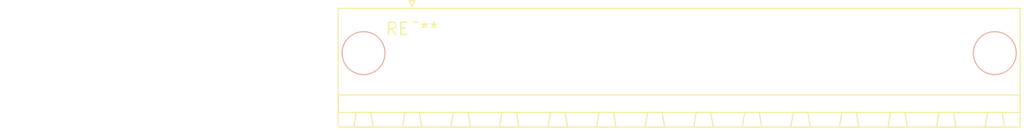
<source format=kicad_pcb>
(kicad_pcb (version 20240108) (generator pcbnew)
  (layers (0 "F.Cu" signal) (31 "B.Cu" signal) (34 "B.Paste" user) (35 "F.Paste" user) (36 "B.SilkS" user "B.Silkscreen") (37 "F.SilkS" user "F.Silkscreen") (38 "B.Mask" user) (39 "F.Mask" user) (44 "Edge.Cuts" user))
  (net 0 "")
  (footprint "PhoenixContact_MSTB_2,5_12-GF_1x12_P5.00mm_Horizontal_ThreadedFlange_MountHole" (layer "F.Cu") (at 0 0)
    (property "Reference" "REF**")
    (property "Value" "PhoenixContact_MSTB_2,5_12-GF_1x12_P5.00mm_Horizontal_ThreadedFlange_MountHole")
    (fp_circle (center -5 2.5) (end -2.79 2.5) (layer "B.SilkS") (stroke (width 0.12)) (fill none))
    (fp_circle (center 60 2.5) (end 62.21 2.5) (layer "B.SilkS") (stroke (width 0.12)) (fill none))
    (fp_line (start -7.61 -2.11) (end -7.61 10.11) (layer "F.SilkS") (stroke (width 0.12)))
    (fp_line (start -7.61 6.81) (end 62.61 6.81) (layer "F.SilkS") (stroke (width 0.12)))
    (fp_line (start -7.61 8.61) (end -7.61 6.81) (layer "F.SilkS") (stroke (width 0.12)))
    (fp_line (start -7.61 10.11) (end 62.61 10.11) (layer "F.SilkS") (stroke (width 0.12)))
    (fp_line (start -6 10.11) (end -4 10.11) (layer "F.SilkS") (stroke (width 0.12)))
    (fp_line (start -5.75 8.61) (end -6 10.11) (layer "F.SilkS") (stroke (width 0.12)))
    (fp_line (start -4.25 8.61) (end -5.75 8.61) (layer "F.SilkS") (stroke (width 0.12)))
    (fp_line (start -4 10.11) (end -4.25 8.61) (layer "F.SilkS") (stroke (width 0.12)))
    (fp_line (start -1 10.11) (end 1 10.11) (layer "F.SilkS") (stroke (width 0.12)))
    (fp_line (start -0.75 8.61) (end -1 10.11) (layer "F.SilkS") (stroke (width 0.12)))
    (fp_line (start -0.3 -2.91) (end 0.3 -2.91) (layer "F.SilkS") (stroke (width 0.12)))
    (fp_line (start 0 -2.31) (end -0.3 -2.91) (layer "F.SilkS") (stroke (width 0.12)))
    (fp_line (start 0.3 -2.91) (end 0 -2.31) (layer "F.SilkS") (stroke (width 0.12)))
    (fp_line (start 0.75 8.61) (end -0.75 8.61) (layer "F.SilkS") (stroke (width 0.12)))
    (fp_line (start 1 10.11) (end 0.75 8.61) (layer "F.SilkS") (stroke (width 0.12)))
    (fp_line (start 4 10.11) (end 6 10.11) (layer "F.SilkS") (stroke (width 0.12)))
    (fp_line (start 4.25 8.61) (end 4 10.11) (layer "F.SilkS") (stroke (width 0.12)))
    (fp_line (start 5.75 8.61) (end 4.25 8.61) (layer "F.SilkS") (stroke (width 0.12)))
    (fp_line (start 6 10.11) (end 5.75 8.61) (layer "F.SilkS") (stroke (width 0.12)))
    (fp_line (start 9 10.11) (end 11 10.11) (layer "F.SilkS") (stroke (width 0.12)))
    (fp_line (start 9.25 8.61) (end 9 10.11) (layer "F.SilkS") (stroke (width 0.12)))
    (fp_line (start 10.75 8.61) (end 9.25 8.61) (layer "F.SilkS") (stroke (width 0.12)))
    (fp_line (start 11 10.11) (end 10.75 8.61) (layer "F.SilkS") (stroke (width 0.12)))
    (fp_line (start 14 10.11) (end 16 10.11) (layer "F.SilkS") (stroke (width 0.12)))
    (fp_line (start 14.25 8.61) (end 14 10.11) (layer "F.SilkS") (stroke (width 0.12)))
    (fp_line (start 15.75 8.61) (end 14.25 8.61) (layer "F.SilkS") (stroke (width 0.12)))
    (fp_line (start 16 10.11) (end 15.75 8.61) (layer "F.SilkS") (stroke (width 0.12)))
    (fp_line (start 19 10.11) (end 21 10.11) (layer "F.SilkS") (stroke (width 0.12)))
    (fp_line (start 19.25 8.61) (end 19 10.11) (layer "F.SilkS") (stroke (width 0.12)))
    (fp_line (start 20.75 8.61) (end 19.25 8.61) (layer "F.SilkS") (stroke (width 0.12)))
    (fp_line (start 21 10.11) (end 20.75 8.61) (layer "F.SilkS") (stroke (width 0.12)))
    (fp_line (start 24 10.11) (end 26 10.11) (layer "F.SilkS") (stroke (width 0.12)))
    (fp_line (start 24.25 8.61) (end 24 10.11) (layer "F.SilkS") (stroke (width 0.12)))
    (fp_line (start 25.75 8.61) (end 24.25 8.61) (layer "F.SilkS") (stroke (width 0.12)))
    (fp_line (start 26 10.11) (end 25.75 8.61) (layer "F.SilkS") (stroke (width 0.12)))
    (fp_line (start 29 10.11) (end 31 10.11) (layer "F.SilkS") (stroke (width 0.12)))
    (fp_line (start 29.25 8.61) (end 29 10.11) (layer "F.SilkS") (stroke (width 0.12)))
    (fp_line (start 30.75 8.61) (end 29.25 8.61) (layer "F.SilkS") (stroke (width 0.12)))
    (fp_line (start 31 10.11) (end 30.75 8.61) (layer "F.SilkS") (stroke (width 0.12)))
    (fp_line (start 34 10.11) (end 36 10.11) (layer "F.SilkS") (stroke (width 0.12)))
    (fp_line (start 34.25 8.61) (end 34 10.11) (layer "F.SilkS") (stroke (width 0.12)))
    (fp_line (start 35.75 8.61) (end 34.25 8.61) (layer "F.SilkS") (stroke (width 0.12)))
    (fp_line (start 36 10.11) (end 35.75 8.61) (layer "F.SilkS") (stroke (width 0.12)))
    (fp_line (start 39 10.11) (end 41 10.11) (layer "F.SilkS") (stroke (width 0.12)))
    (fp_line (start 39.25 8.61) (end 39 10.11) (layer "F.SilkS") (stroke (width 0.12)))
    (fp_line (start 40.75 8.61) (end 39.25 8.61) (layer "F.SilkS") (stroke (width 0.12)))
    (fp_line (start 41 10.11) (end 40.75 8.61) (layer "F.SilkS") (stroke (width 0.12)))
    (fp_line (start 44 10.11) (end 46 10.11) (layer "F.SilkS") (stroke (width 0.12)))
    (fp_line (start 44.25 8.61) (end 44 10.11) (layer "F.SilkS") (stroke (width 0.12)))
    (fp_line (start 45.75 8.61) (end 44.25 8.61) (layer "F.SilkS") (stroke (width 0.12)))
    (fp_line (start 46 10.11) (end 45.75 8.61) (layer "F.SilkS") (stroke (width 0.12)))
    (fp_line (start 49 10.11) (end 51 10.11) (layer "F.SilkS") (stroke (width 0.12)))
    (fp_line (start 49.25 8.61) (end 49 10.11) (layer "F.SilkS") (stroke (width 0.12)))
    (fp_line (start 50.75 8.61) (end 49.25 8.61) (layer "F.SilkS") (stroke (width 0.12)))
    (fp_line (start 51 10.11) (end 50.75 8.61) (layer "F.SilkS") (stroke (width 0.12)))
    (fp_line (start 54 10.11) (end 56 10.11) (layer "F.SilkS") (stroke (width 0.12)))
    (fp_line (start 54.25 8.61) (end 54 10.11) (layer "F.SilkS") (stroke (width 0.12)))
    (fp_line (start 55.75 8.61) (end 54.25 8.61) (layer "F.SilkS") (stroke (width 0.12)))
    (fp_line (start 56 10.11) (end 55.75 8.61) (layer "F.SilkS") (stroke (width 0.12)))
    (fp_line (start 59 10.11) (end 61 10.11) (layer "F.SilkS") (stroke (width 0.12)))
    (fp_line (start 59.25 8.61) (end 59 10.11) (layer "F.SilkS") (stroke (width 0.12)))
    (fp_line (start 60.75 8.61) (end 59.25 8.61) (layer "F.SilkS") (stroke (width 0.12)))
    (fp_line (start 61 10.11) (end 60.75 8.61) (layer "F.SilkS") (stroke (width 0.12)))
    (fp_line (start 62.61 -2.11) (end -7.61 -2.11) (layer "F.SilkS") (stroke (width 0.12)))
    (fp_line (start 62.61 6.81) (end 62.61 8.61) (layer "F.SilkS") (stroke (width 0.12)))
    (fp_line (start 62.61 8.61) (end -7.61 8.61) (layer "F.SilkS") (stroke (width 0.12)))
    (fp_line (start 62.61 10.11) (end 62.61 -2.11) (layer "F.SilkS") (stroke (width 0.12)))
    (pad "" np_thru_hole circle (at -5 2.5) (size 2.4 2.4) (drill 2.4) (layers *.Cu *.Mask))
    (pad "" np_thru_hole circle (at 60 2.5) (size 2.4 2.4) (drill 2.4) (layers *.Cu *.Mask))
    (pad "1" thru_hole roundrect (at 0 0) (size 2 3.6) (drill 1.4) (layers *.Cu *.Mask) (remove_unused_layers) (roundrect_rratio 0.125))
    (pad "2" thru_hole oval (at 5 0) (size 2 3.6) (drill 1.4) (layers *.Cu *.Mask) (remove_unused_layers))
    (pad "3" thru_hole oval (at 10 0) (size 2 3.6) (drill 1.4) (layers *.Cu *.Mask) (remove_unused_layers))
    (pad "4" thru_hole oval (at 15 0) (size 2 3.6) (drill 1.4) (layers *.Cu *.Mask) (remove_unused_layers))
    (pad "5" thru_hole oval (at 20 0) (size 2 3.6) (drill 1.4) (layers *.Cu *.Mask) (remove_unused_layers))
    (pad "6" thru_hole oval (at 25 0) (size 2 3.6) (drill 1.4) (layers *.Cu *.Mask) (remove_unused_layers))
    (pad "7" thru_hole oval (at 30 0) (size 2 3.6) (drill 1.4) (layers *.Cu *.Mask) (remove_unused_layers))
    (pad "8" thru_hole oval (at 35 0) (size 2 3.6) (drill 1.4) (layers *.Cu *.Mask) (remove_unused_layers))
    (pad "9" thru_hole oval (at 40 0) (size 2 3.6) (drill 1.4) (layers *.Cu *.Mask) (remove_unused_layers))
    (pad "10" thru_hole oval (at 45 0) (size 2 3.6) (drill 1.4) (layers *.Cu *.Mask) (remove_unused_layers))
    (pad "11" thru_hole oval (at 50 0) (size 2 3.6) (drill 1.4) (layers *.Cu *.Mask) (remove_unused_layers))
    (pad "12" thru_hole oval (at 55 0) (size 2 3.6) (drill 1.4) (layers *.Cu *.Mask) (remove_unused_layers))
  )
)
</source>
